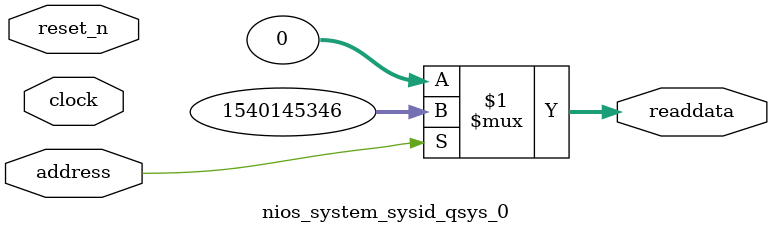
<source format=v>



// synthesis translate_off
`timescale 1ns / 1ps
// synthesis translate_on

// turn off superfluous verilog processor warnings 
// altera message_level Level1 
// altera message_off 10034 10035 10036 10037 10230 10240 10030 

module nios_system_sysid_qsys_0 (
               // inputs:
                address,
                clock,
                reset_n,

               // outputs:
                readdata
             )
;

  output  [ 31: 0] readdata;
  input            address;
  input            clock;
  input            reset_n;

  wire    [ 31: 0] readdata;
  //control_slave, which is an e_avalon_slave
  assign readdata = address ? 1540145346 : 0;

endmodule



</source>
